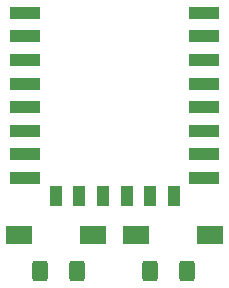
<source format=gbr>
%TF.GenerationSoftware,KiCad,Pcbnew,(6.0.2)*%
%TF.CreationDate,2022-03-14T21:43:20-03:00*%
%TF.ProjectId,9_axis_double,395f6178-6973-45f6-946f-75626c652e6b,rev?*%
%TF.SameCoordinates,Original*%
%TF.FileFunction,Paste,Top*%
%TF.FilePolarity,Positive*%
%FSLAX46Y46*%
G04 Gerber Fmt 4.6, Leading zero omitted, Abs format (unit mm)*
G04 Created by KiCad (PCBNEW (6.0.2)) date 2022-03-14 21:43:20*
%MOMM*%
%LPD*%
G01*
G04 APERTURE LIST*
G04 Aperture macros list*
%AMRoundRect*
0 Rectangle with rounded corners*
0 $1 Rounding radius*
0 $2 $3 $4 $5 $6 $7 $8 $9 X,Y pos of 4 corners*
0 Add a 4 corners polygon primitive as box body*
4,1,4,$2,$3,$4,$5,$6,$7,$8,$9,$2,$3,0*
0 Add four circle primitives for the rounded corners*
1,1,$1+$1,$2,$3*
1,1,$1+$1,$4,$5*
1,1,$1+$1,$6,$7*
1,1,$1+$1,$8,$9*
0 Add four rect primitives between the rounded corners*
20,1,$1+$1,$2,$3,$4,$5,0*
20,1,$1+$1,$4,$5,$6,$7,0*
20,1,$1+$1,$6,$7,$8,$9,0*
20,1,$1+$1,$8,$9,$2,$3,0*%
G04 Aperture macros list end*
%ADD10R,2.500000X1.000000*%
%ADD11R,1.000000X1.800000*%
%ADD12R,2.298700X1.597660*%
%ADD13RoundRect,0.250000X-0.400000X-0.625000X0.400000X-0.625000X0.400000X0.625000X-0.400000X0.625000X0*%
G04 APERTURE END LIST*
D10*
%TO.C,U5*%
X73040000Y-59950000D03*
X73040000Y-61950000D03*
X73040000Y-63950000D03*
X73040000Y-65950000D03*
X73040000Y-67950000D03*
X73040000Y-69950000D03*
X73040000Y-71950000D03*
X73040000Y-73950000D03*
D11*
X75640000Y-75450000D03*
X77640000Y-75450000D03*
X79640000Y-75450000D03*
X81640000Y-75450000D03*
X83640000Y-75450000D03*
X85640000Y-75450000D03*
D10*
X88240000Y-73950000D03*
X88240000Y-71950000D03*
X88240000Y-69950000D03*
X88240000Y-67950000D03*
X88240000Y-65950000D03*
X88240000Y-63950000D03*
X88240000Y-61950000D03*
X88240000Y-59950000D03*
%TD*%
D12*
%TO.C,SW2*%
X78840000Y-78800000D03*
X72540800Y-78800000D03*
%TD*%
%TO.C,SW1*%
X82440000Y-78800000D03*
X88739200Y-78800000D03*
%TD*%
D13*
%TO.C,R12*%
X77450000Y-81800000D03*
X74350000Y-81800000D03*
%TD*%
%TO.C,R10*%
X86750000Y-81800000D03*
X83650000Y-81800000D03*
%TD*%
M02*

</source>
